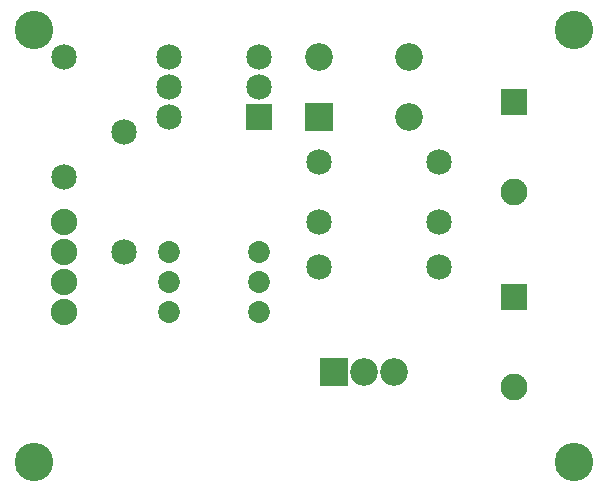
<source format=gbs>
G04 MADE WITH FRITZING*
G04 WWW.FRITZING.ORG*
G04 DOUBLE SIDED*
G04 HOLES PLATED*
G04 CONTOUR ON CENTER OF CONTOUR VECTOR*
%ASAXBY*%
%FSLAX23Y23*%
%MOIN*%
%OFA0B0*%
%SFA1.0B1.0*%
%ADD10C,0.089370*%
%ADD11C,0.088000*%
%ADD12C,0.085000*%
%ADD13C,0.092778*%
%ADD14C,0.092750*%
%ADD15C,0.092000*%
%ADD16C,0.128110*%
%ADD17C,0.073000*%
%ADD18R,0.089370X0.089370*%
%ADD19R,0.085000X0.085000*%
%ADD20R,0.092778X0.092764*%
%ADD21R,0.092000X0.092000*%
%LNMASK0*%
G90*
G70*
G54D10*
X1686Y644D03*
X1686Y344D03*
X1686Y1294D03*
X1686Y994D03*
G54D11*
X186Y894D03*
X186Y794D03*
X186Y694D03*
X186Y594D03*
G54D12*
X836Y1244D03*
X536Y1244D03*
X836Y1344D03*
X536Y1344D03*
X836Y1444D03*
X536Y1444D03*
G54D13*
X1036Y1244D03*
G54D14*
X1336Y1244D03*
G54D13*
X1036Y1444D03*
G54D14*
X1336Y1444D03*
G54D12*
X1036Y894D03*
X1436Y894D03*
G54D15*
X1086Y394D03*
X1186Y394D03*
X1286Y394D03*
G54D12*
X386Y1194D03*
X386Y794D03*
X186Y1044D03*
X186Y1444D03*
X1036Y744D03*
X1436Y744D03*
X1036Y1094D03*
X1436Y1094D03*
G54D16*
X1886Y94D03*
X1886Y1533D03*
X86Y94D03*
X86Y1533D03*
G54D17*
X536Y794D03*
X536Y694D03*
X536Y594D03*
X836Y594D03*
X836Y694D03*
X836Y794D03*
G54D18*
X1686Y644D03*
X1686Y1294D03*
G54D19*
X836Y1244D03*
G54D20*
X1036Y1244D03*
G54D21*
X1086Y394D03*
G04 End of Mask0*
M02*
</source>
